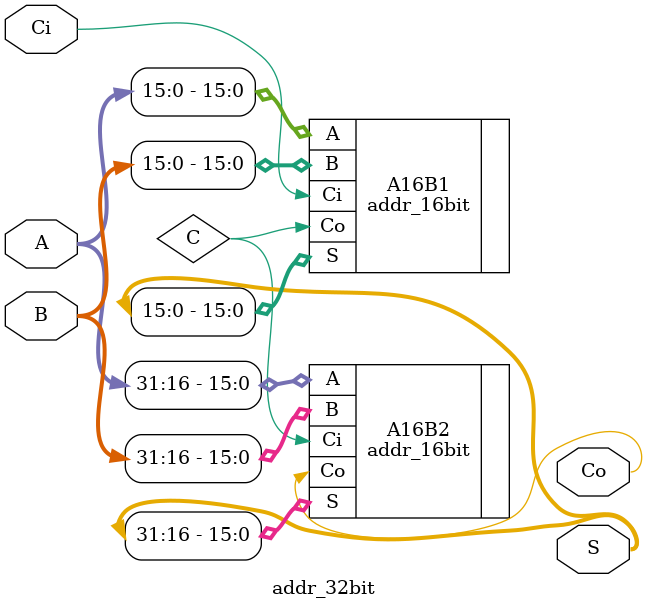
<source format=v>
module addr_32bit(
    input [31:0] A,
    input [31:0] B,
    input Ci,
    output [31:0] S,
    output Co);
    wire C;
    addr_16bit A16B1(.S(S[15:0]),.Co(C),.A(A[15:0]),.B(B[15:0]),.Ci(Ci)),
              A16B2(.S(S[31:16]),.Co(Co),.A(A[31:16]),.B(B[31:16]),.Ci(C));
endmodule
</source>
